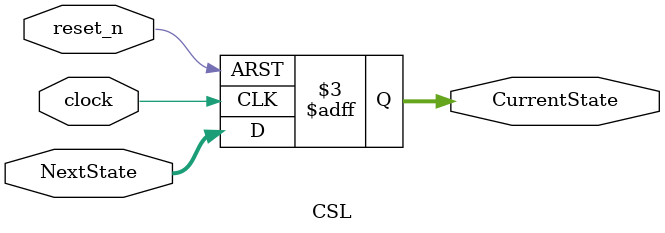
<source format=v>
module CSL(
input clock,reset_n,
input [3:0] NextState,
output reg [3:0] CurrentState
);


always @(posedge clock, negedge reset_n ) begin
    if (reset_n == 0) begin
        CurrentState <= 0;
    end
    else 
        CurrentState <= NextState;
end
endmodule
</source>
